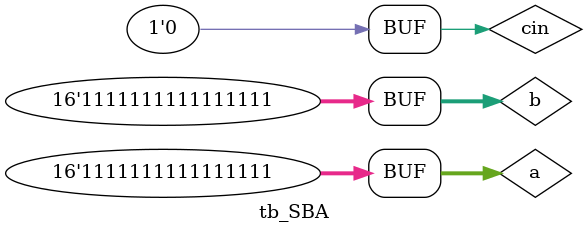
<source format=v>
module tb_SBA();
reg [15:0]a,b;
reg cin;
wire [15:0]sum;
wire cout;
SBA dut(.a(a),.b(b),.cin(cin),.sum(sum),.cout(cout));

initial begin
a = 16'b0000000000000011;b = 16'b0000000000000010;cin = 1'b0;#5;
a = 16'b0000000000000111;b = 16'b0000000000100011;cin = 1'b0;#5;
a = 16'b0000000000000011;b = 16'b0001000000000011;cin = 1'b1;#5;
a = 16'b1111111111111111;b = 16'b1111111111111111;cin = 1'b0;#5;


end

endmodule

</source>
